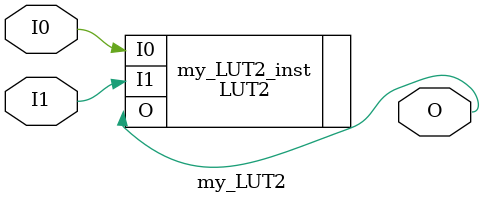
<source format=v>

`timescale 1 ns / 1 ns

module my_LUT2(	I0,
						I1,
						O);

	input		I0;
	input		I1;
	output	O;

LUT2	#(4'h9)	my_LUT2_inst(
	.I0(I0),
	.I1(I1),
	.O(O)
	);

endmodule

</source>
